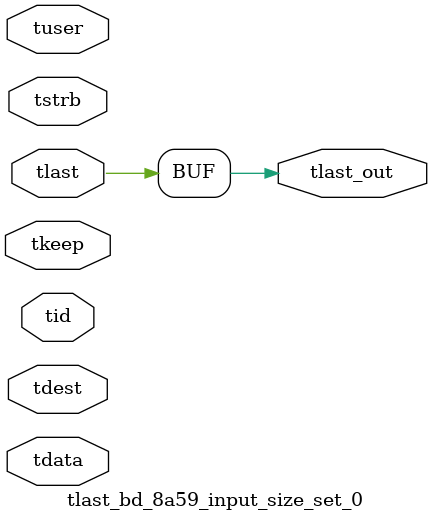
<source format=v>


`timescale 1ps/1ps

module tlast_bd_8a59_input_size_set_0 #
(
parameter C_S_AXIS_TID_WIDTH   = 1,
parameter C_S_AXIS_TUSER_WIDTH = 0,
parameter C_S_AXIS_TDATA_WIDTH = 0,
parameter C_S_AXIS_TDEST_WIDTH = 0
)
(
input  [(C_S_AXIS_TID_WIDTH   == 0 ? 1 : C_S_AXIS_TID_WIDTH)-1:0       ] tid,
input  [(C_S_AXIS_TDATA_WIDTH == 0 ? 1 : C_S_AXIS_TDATA_WIDTH)-1:0     ] tdata,
input  [(C_S_AXIS_TUSER_WIDTH == 0 ? 1 : C_S_AXIS_TUSER_WIDTH)-1:0     ] tuser,
input  [(C_S_AXIS_TDEST_WIDTH == 0 ? 1 : C_S_AXIS_TDEST_WIDTH)-1:0     ] tdest,
input  [(C_S_AXIS_TDATA_WIDTH/8)-1:0 ] tkeep,
input  [(C_S_AXIS_TDATA_WIDTH/8)-1:0 ] tstrb,
input  [0:0]                                                             tlast,
output                                                                   tlast_out
);

assign tlast_out = {tlast};

endmodule


</source>
